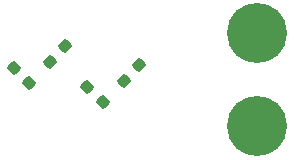
<source format=gbp>
G04 #@! TF.GenerationSoftware,KiCad,Pcbnew,(6.0.8)*
G04 #@! TF.CreationDate,2022-11-19T16:18:39-06:00*
G04 #@! TF.ProjectId,NavBoard_Hardware,4e617642-6f61-4726-945f-486172647761,rev?*
G04 #@! TF.SameCoordinates,Original*
G04 #@! TF.FileFunction,Paste,Bot*
G04 #@! TF.FilePolarity,Positive*
%FSLAX46Y46*%
G04 Gerber Fmt 4.6, Leading zero omitted, Abs format (unit mm)*
G04 Created by KiCad (PCBNEW (6.0.8)) date 2022-11-19 16:18:39*
%MOMM*%
%LPD*%
G01*
G04 APERTURE LIST*
G04 Aperture macros list*
%AMRoundRect*
0 Rectangle with rounded corners*
0 $1 Rounding radius*
0 $2 $3 $4 $5 $6 $7 $8 $9 X,Y pos of 4 corners*
0 Add a 4 corners polygon primitive as box body*
4,1,4,$2,$3,$4,$5,$6,$7,$8,$9,$2,$3,0*
0 Add four circle primitives for the rounded corners*
1,1,$1+$1,$2,$3*
1,1,$1+$1,$4,$5*
1,1,$1+$1,$6,$7*
1,1,$1+$1,$8,$9*
0 Add four rect primitives between the rounded corners*
20,1,$1+$1,$2,$3,$4,$5,0*
20,1,$1+$1,$4,$5,$6,$7,0*
20,1,$1+$1,$6,$7,$8,$9,0*
20,1,$1+$1,$8,$9,$2,$3,0*%
G04 Aperture macros list end*
%ADD10RoundRect,0.237500X0.344715X-0.008839X-0.008839X0.344715X-0.344715X0.008839X0.008839X-0.344715X0*%
%ADD11RoundRect,0.237500X0.008839X0.344715X-0.344715X-0.008839X-0.008839X-0.344715X0.344715X0.008839X0*%
%ADD12C,5.080000*%
G04 APERTURE END LIST*
D10*
X180245235Y-99145235D03*
X178954765Y-97854765D03*
D11*
X183345235Y-96054765D03*
X182054765Y-97345235D03*
X177045235Y-94454765D03*
X175754765Y-95745235D03*
D12*
X193322800Y-93333000D03*
X193322800Y-101207000D03*
D10*
X174023205Y-97535706D03*
X172732735Y-96245236D03*
M02*

</source>
